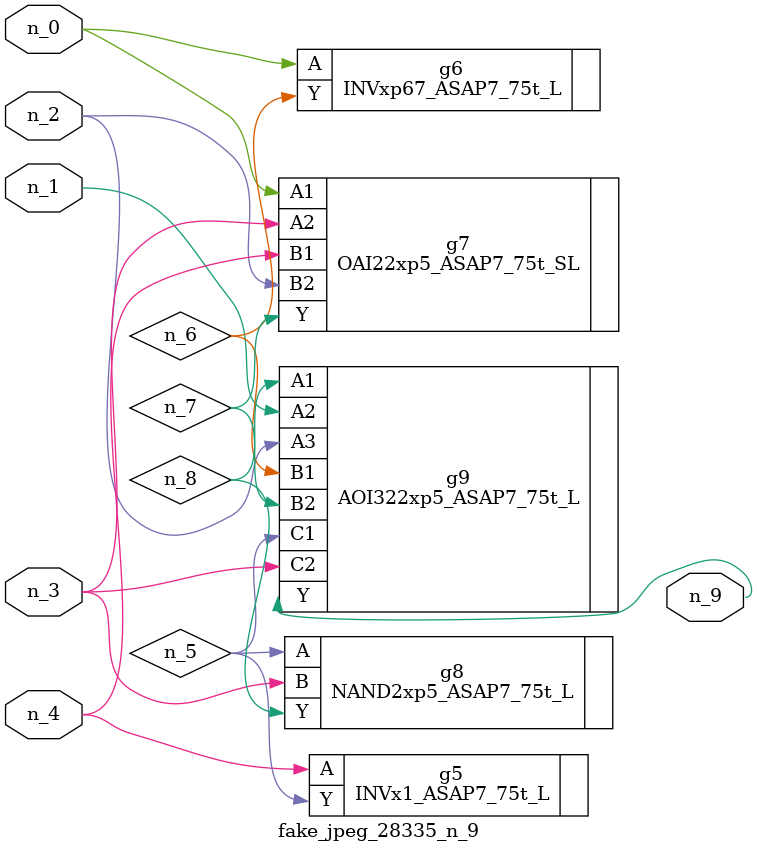
<source format=v>
module fake_jpeg_28335_n_9 (n_3, n_2, n_1, n_0, n_4, n_9);

input n_3;
input n_2;
input n_1;
input n_0;
input n_4;

output n_9;

wire n_8;
wire n_6;
wire n_5;
wire n_7;

INVx1_ASAP7_75t_L g5 ( 
.A(n_4),
.Y(n_5)
);

INVxp67_ASAP7_75t_L g6 ( 
.A(n_0),
.Y(n_6)
);

OAI22xp5_ASAP7_75t_SL g7 ( 
.A1(n_0),
.A2(n_3),
.B1(n_4),
.B2(n_2),
.Y(n_7)
);

NAND2xp5_ASAP7_75t_L g8 ( 
.A(n_5),
.B(n_3),
.Y(n_8)
);

AOI322xp5_ASAP7_75t_L g9 ( 
.A1(n_8),
.A2(n_1),
.A3(n_2),
.B1(n_6),
.B2(n_7),
.C1(n_5),
.C2(n_3),
.Y(n_9)
);


endmodule
</source>
